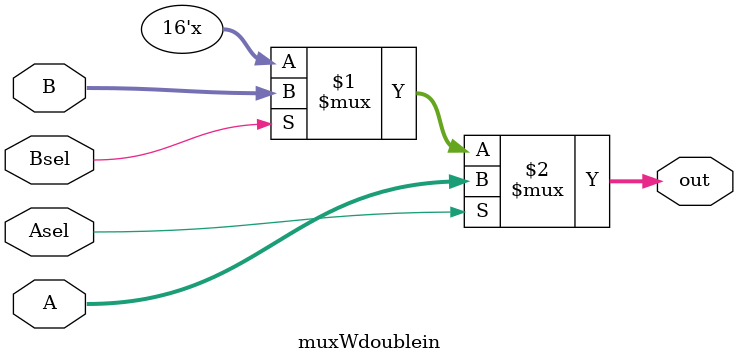
<source format=v>
module muxWdoublein (input Asel,Bsel, input [15:0] A,B, output [15:0] out);
	assign out = Asel?A:Bsel?B:16'bz;
endmodule

</source>
